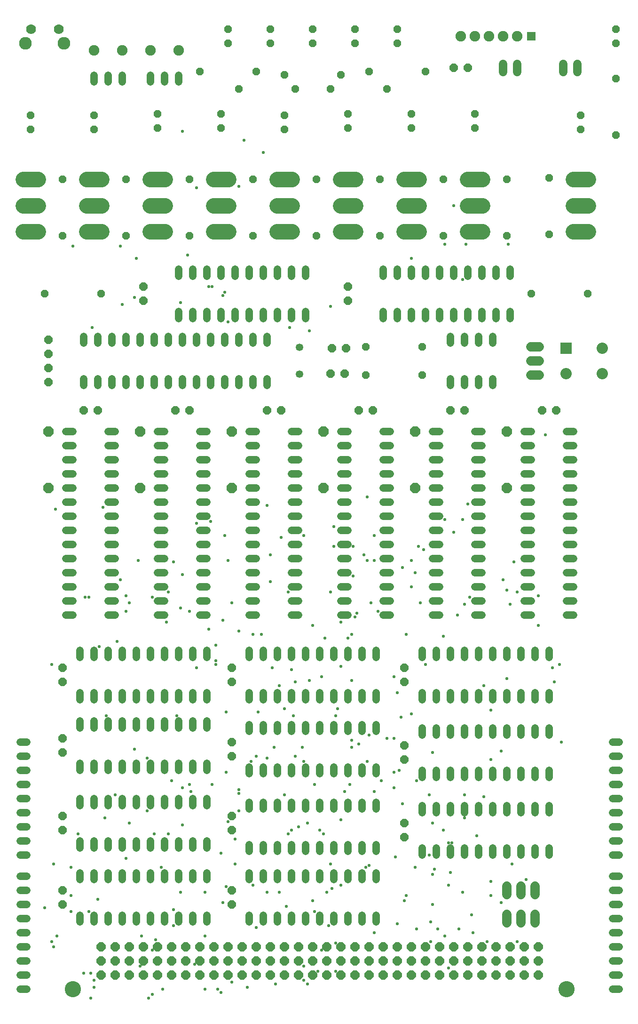
<source format=gbr>
G04 EAGLE Gerber RS-274X export*
G75*
%MOMM*%
%FSLAX34Y34*%
%LPD*%
%INSoldermask Bottom*%
%IPPOS*%
%AMOC8*
5,1,8,0,0,1.08239X$1,22.5*%
G01*
%ADD10C,1.346200*%
%ADD11C,1.346200*%
%ADD12P,1.677055X8X202.500000*%
%ADD13P,1.677055X8X112.500000*%
%ADD14R,1.627000X1.627000*%
%ADD15C,1.905000*%
%ADD16P,1.457113X8X22.500000*%
%ADD17P,1.457113X8X202.500000*%
%ADD18P,1.951982X8X112.500000*%
%ADD19P,1.457113X8X292.500000*%
%ADD20P,1.677055X8X22.500000*%
%ADD21C,1.651000*%
%ADD22P,1.787026X8X292.500000*%
%ADD23C,2.921000*%
%ADD24C,2.832100*%
%ADD25P,1.457113X8X112.500000*%
%ADD26P,1.677055X8X292.500000*%
%ADD27C,1.498600*%
%ADD28C,2.286000*%
%ADD29C,1.778000*%
%ADD30R,2.032000X2.032000*%
%ADD31C,2.032000*%
%ADD32C,0.584200*%


D10*
X890270Y1357630D03*
X890270Y1309370D03*
D11*
X501650Y1301496D02*
X501650Y1289304D01*
X527050Y1289304D02*
X527050Y1301496D01*
X552450Y1301496D02*
X552450Y1289304D01*
X577850Y1289304D02*
X577850Y1301496D01*
X603250Y1301496D02*
X603250Y1289304D01*
X628650Y1289304D02*
X628650Y1301496D01*
X654050Y1301496D02*
X654050Y1289304D01*
X679450Y1289304D02*
X679450Y1301496D01*
X704850Y1301496D02*
X704850Y1289304D01*
X730250Y1289304D02*
X730250Y1301496D01*
X755650Y1301496D02*
X755650Y1289304D01*
X781050Y1289304D02*
X781050Y1301496D01*
X806450Y1301496D02*
X806450Y1289304D01*
X831850Y1289304D02*
X831850Y1301496D01*
X831850Y1365504D02*
X831850Y1377696D01*
X806450Y1377696D02*
X806450Y1365504D01*
X781050Y1365504D02*
X781050Y1377696D01*
X755650Y1377696D02*
X755650Y1365504D01*
X730250Y1365504D02*
X730250Y1377696D01*
X704850Y1377696D02*
X704850Y1365504D01*
X679450Y1365504D02*
X679450Y1377696D01*
X654050Y1377696D02*
X654050Y1365504D01*
X628650Y1365504D02*
X628650Y1377696D01*
X603250Y1377696D02*
X603250Y1365504D01*
X577850Y1365504D02*
X577850Y1377696D01*
X552450Y1377696D02*
X552450Y1365504D01*
X527050Y1365504D02*
X527050Y1377696D01*
X501650Y1377696D02*
X501650Y1365504D01*
D12*
X971550Y1310640D03*
X946150Y1310640D03*
X974090Y1356360D03*
X948690Y1356360D03*
X1193800Y1860550D03*
X1168400Y1860550D03*
D13*
X438150Y1346200D03*
X438150Y1371600D03*
X438150Y1295400D03*
X438150Y1320800D03*
D11*
X1371854Y876300D02*
X1384046Y876300D01*
X1384046Y901700D02*
X1371854Y901700D01*
X1371854Y927100D02*
X1384046Y927100D01*
X1384046Y952500D02*
X1371854Y952500D01*
X1371854Y977900D02*
X1384046Y977900D01*
X1384046Y1003300D02*
X1371854Y1003300D01*
X1371854Y1028700D02*
X1384046Y1028700D01*
X1384046Y1054100D02*
X1371854Y1054100D01*
X1371854Y1079500D02*
X1384046Y1079500D01*
X1384046Y1104900D02*
X1371854Y1104900D01*
X1371854Y1130300D02*
X1384046Y1130300D01*
X1384046Y1155700D02*
X1371854Y1155700D01*
X1371854Y1181100D02*
X1384046Y1181100D01*
X1384046Y1206500D02*
X1371854Y1206500D01*
X1307846Y1206500D02*
X1295654Y1206500D01*
X1295654Y1181100D02*
X1307846Y1181100D01*
X1307846Y1155700D02*
X1295654Y1155700D01*
X1295654Y1130300D02*
X1307846Y1130300D01*
X1307846Y1104900D02*
X1295654Y1104900D01*
X1295654Y1079500D02*
X1307846Y1079500D01*
X1307846Y1054100D02*
X1295654Y1054100D01*
X1295654Y1028700D02*
X1307846Y1028700D01*
X1307846Y1003300D02*
X1295654Y1003300D01*
X1295654Y977900D02*
X1307846Y977900D01*
X1307846Y952500D02*
X1295654Y952500D01*
X1295654Y927100D02*
X1307846Y927100D01*
X1307846Y901700D02*
X1295654Y901700D01*
X1295654Y876300D02*
X1307846Y876300D01*
X888746Y876300D02*
X876554Y876300D01*
X876554Y901700D02*
X888746Y901700D01*
X888746Y927100D02*
X876554Y927100D01*
X876554Y952500D02*
X888746Y952500D01*
X888746Y977900D02*
X876554Y977900D01*
X876554Y1003300D02*
X888746Y1003300D01*
X888746Y1028700D02*
X876554Y1028700D01*
X876554Y1054100D02*
X888746Y1054100D01*
X888746Y1079500D02*
X876554Y1079500D01*
X876554Y1104900D02*
X888746Y1104900D01*
X888746Y1130300D02*
X876554Y1130300D01*
X876554Y1155700D02*
X888746Y1155700D01*
X888746Y1181100D02*
X876554Y1181100D01*
X876554Y1206500D02*
X888746Y1206500D01*
X812546Y1206500D02*
X800354Y1206500D01*
X800354Y1181100D02*
X812546Y1181100D01*
X812546Y1155700D02*
X800354Y1155700D01*
X800354Y1130300D02*
X812546Y1130300D01*
X812546Y1104900D02*
X800354Y1104900D01*
X800354Y1079500D02*
X812546Y1079500D01*
X812546Y1054100D02*
X800354Y1054100D01*
X800354Y1028700D02*
X812546Y1028700D01*
X812546Y1003300D02*
X800354Y1003300D01*
X800354Y977900D02*
X812546Y977900D01*
X812546Y952500D02*
X800354Y952500D01*
X800354Y927100D02*
X812546Y927100D01*
X812546Y901700D02*
X800354Y901700D01*
X800354Y876300D02*
X812546Y876300D01*
X558546Y876300D02*
X546354Y876300D01*
X546354Y901700D02*
X558546Y901700D01*
X558546Y927100D02*
X546354Y927100D01*
X546354Y952500D02*
X558546Y952500D01*
X558546Y977900D02*
X546354Y977900D01*
X546354Y1003300D02*
X558546Y1003300D01*
X558546Y1028700D02*
X546354Y1028700D01*
X546354Y1054100D02*
X558546Y1054100D01*
X558546Y1079500D02*
X546354Y1079500D01*
X546354Y1104900D02*
X558546Y1104900D01*
X558546Y1130300D02*
X546354Y1130300D01*
X546354Y1155700D02*
X558546Y1155700D01*
X558546Y1181100D02*
X546354Y1181100D01*
X546354Y1206500D02*
X558546Y1206500D01*
X482346Y1206500D02*
X470154Y1206500D01*
X470154Y1181100D02*
X482346Y1181100D01*
X482346Y1155700D02*
X470154Y1155700D01*
X470154Y1130300D02*
X482346Y1130300D01*
X482346Y1104900D02*
X470154Y1104900D01*
X470154Y1079500D02*
X482346Y1079500D01*
X482346Y1054100D02*
X470154Y1054100D01*
X470154Y1028700D02*
X482346Y1028700D01*
X482346Y1003300D02*
X470154Y1003300D01*
X470154Y977900D02*
X482346Y977900D01*
X482346Y952500D02*
X470154Y952500D01*
X470154Y927100D02*
X482346Y927100D01*
X482346Y901700D02*
X470154Y901700D01*
X470154Y876300D02*
X482346Y876300D01*
X1162050Y1289304D02*
X1162050Y1301496D01*
X1187450Y1301496D02*
X1187450Y1289304D01*
X1212850Y1289304D02*
X1212850Y1301496D01*
X1238250Y1301496D02*
X1238250Y1289304D01*
X1238250Y1365504D02*
X1238250Y1377696D01*
X1212850Y1377696D02*
X1212850Y1365504D01*
X1187450Y1365504D02*
X1187450Y1377696D01*
X1162050Y1377696D02*
X1162050Y1365504D01*
D14*
X1308100Y1917700D03*
D15*
X1282700Y1917700D03*
X1257300Y1917700D03*
X1231900Y1917700D03*
X1206500Y1917700D03*
X1181100Y1917700D03*
D16*
X1308100Y1454150D03*
X1409700Y1454150D03*
D17*
X1111250Y1358900D03*
X1009650Y1358900D03*
D18*
X933450Y1104900D03*
X933450Y1206500D03*
X603250Y1104900D03*
X603250Y1206500D03*
X1263650Y1104900D03*
X1263650Y1206500D03*
D17*
X1111250Y1308100D03*
X1009650Y1308100D03*
D11*
X1041654Y876300D02*
X1053846Y876300D01*
X1053846Y901700D02*
X1041654Y901700D01*
X1041654Y927100D02*
X1053846Y927100D01*
X1053846Y952500D02*
X1041654Y952500D01*
X1041654Y977900D02*
X1053846Y977900D01*
X1053846Y1003300D02*
X1041654Y1003300D01*
X1041654Y1028700D02*
X1053846Y1028700D01*
X1053846Y1054100D02*
X1041654Y1054100D01*
X1041654Y1079500D02*
X1053846Y1079500D01*
X1053846Y1104900D02*
X1041654Y1104900D01*
X1041654Y1130300D02*
X1053846Y1130300D01*
X1053846Y1155700D02*
X1041654Y1155700D01*
X1041654Y1181100D02*
X1053846Y1181100D01*
X1053846Y1206500D02*
X1041654Y1206500D01*
X977646Y1206500D02*
X965454Y1206500D01*
X965454Y1181100D02*
X977646Y1181100D01*
X977646Y1155700D02*
X965454Y1155700D01*
X965454Y1130300D02*
X977646Y1130300D01*
X977646Y1104900D02*
X965454Y1104900D01*
X965454Y1079500D02*
X977646Y1079500D01*
X977646Y1054100D02*
X965454Y1054100D01*
X965454Y1028700D02*
X977646Y1028700D01*
X977646Y1003300D02*
X965454Y1003300D01*
X965454Y977900D02*
X977646Y977900D01*
X977646Y952500D02*
X965454Y952500D01*
X965454Y927100D02*
X977646Y927100D01*
X977646Y901700D02*
X965454Y901700D01*
X965454Y876300D02*
X977646Y876300D01*
D18*
X1098550Y1104900D03*
X1098550Y1206500D03*
D11*
X723646Y876300D02*
X711454Y876300D01*
X711454Y901700D02*
X723646Y901700D01*
X723646Y927100D02*
X711454Y927100D01*
X711454Y952500D02*
X723646Y952500D01*
X723646Y977900D02*
X711454Y977900D01*
X711454Y1003300D02*
X723646Y1003300D01*
X723646Y1028700D02*
X711454Y1028700D01*
X711454Y1054100D02*
X723646Y1054100D01*
X723646Y1079500D02*
X711454Y1079500D01*
X711454Y1104900D02*
X723646Y1104900D01*
X723646Y1130300D02*
X711454Y1130300D01*
X711454Y1155700D02*
X723646Y1155700D01*
X723646Y1181100D02*
X711454Y1181100D01*
X711454Y1206500D02*
X723646Y1206500D01*
X647446Y1206500D02*
X635254Y1206500D01*
X635254Y1181100D02*
X647446Y1181100D01*
X647446Y1155700D02*
X635254Y1155700D01*
X635254Y1130300D02*
X647446Y1130300D01*
X647446Y1104900D02*
X635254Y1104900D01*
X635254Y1079500D02*
X647446Y1079500D01*
X647446Y1054100D02*
X635254Y1054100D01*
X635254Y1028700D02*
X647446Y1028700D01*
X647446Y1003300D02*
X635254Y1003300D01*
X635254Y977900D02*
X647446Y977900D01*
X647446Y952500D02*
X635254Y952500D01*
X635254Y927100D02*
X647446Y927100D01*
X647446Y901700D02*
X635254Y901700D01*
X635254Y876300D02*
X647446Y876300D01*
D18*
X438150Y1104900D03*
X438150Y1206500D03*
D19*
X762000Y1930400D03*
X762000Y1905000D03*
X990600Y1930400D03*
X990600Y1905000D03*
X838200Y1930400D03*
X838200Y1905000D03*
X1066800Y1930400D03*
X1066800Y1905000D03*
X914400Y1930400D03*
X914400Y1905000D03*
D16*
X863600Y1847850D03*
X965200Y1847850D03*
X781050Y1822450D03*
X882650Y1822450D03*
X711200Y1854200D03*
X812800Y1854200D03*
X946150Y1822450D03*
X1047750Y1822450D03*
X1016000Y1854200D03*
X1117600Y1854200D03*
D20*
X501650Y1244600D03*
X527050Y1244600D03*
X666750Y1244600D03*
X692150Y1244600D03*
X996950Y1244600D03*
X1022350Y1244600D03*
X1162050Y1244600D03*
X1187450Y1244600D03*
X1327150Y1244600D03*
X1352550Y1244600D03*
D11*
X520700Y1835404D02*
X520700Y1847596D01*
X546100Y1847596D02*
X546100Y1835404D01*
X571500Y1835404D02*
X571500Y1847596D01*
D15*
X520700Y1892300D03*
X571500Y1892300D03*
D11*
X622300Y1847596D02*
X622300Y1835404D01*
X647700Y1835404D02*
X647700Y1847596D01*
X673100Y1847596D02*
X673100Y1835404D01*
D15*
X622300Y1892300D03*
X673100Y1892300D03*
D21*
X1306830Y1308100D02*
X1322070Y1308100D01*
X1322070Y1333500D02*
X1306830Y1333500D01*
X1306830Y1358900D02*
X1322070Y1358900D01*
D11*
X1454404Y444500D02*
X1466596Y444500D01*
X1466596Y469900D02*
X1454404Y469900D01*
X1454404Y495300D02*
X1466596Y495300D01*
X1466596Y520700D02*
X1454404Y520700D01*
X1454404Y546100D02*
X1466596Y546100D01*
X1466596Y571500D02*
X1454404Y571500D01*
X1454404Y596900D02*
X1466596Y596900D01*
X1466596Y622300D02*
X1454404Y622300D01*
X1454404Y647700D02*
X1466596Y647700D01*
X1466596Y203200D02*
X1454404Y203200D01*
X1454404Y228600D02*
X1466596Y228600D01*
X1466596Y254000D02*
X1454404Y254000D01*
X1454404Y279400D02*
X1466596Y279400D01*
X1466596Y304800D02*
X1454404Y304800D01*
X1454404Y330200D02*
X1466596Y330200D01*
X1466596Y355600D02*
X1454404Y355600D01*
X1454404Y381000D02*
X1466596Y381000D01*
X1466596Y406400D02*
X1454404Y406400D01*
X399796Y444500D02*
X387604Y444500D01*
X387604Y469900D02*
X399796Y469900D01*
X399796Y495300D02*
X387604Y495300D01*
X387604Y520700D02*
X399796Y520700D01*
X399796Y546100D02*
X387604Y546100D01*
X387604Y571500D02*
X399796Y571500D01*
X399796Y596900D02*
X387604Y596900D01*
X387604Y622300D02*
X399796Y622300D01*
X399796Y647700D02*
X387604Y647700D01*
X387604Y203200D02*
X399796Y203200D01*
X399796Y228600D02*
X387604Y228600D01*
X387604Y254000D02*
X399796Y254000D01*
X399796Y279400D02*
X387604Y279400D01*
X387604Y304800D02*
X399796Y304800D01*
X399796Y330200D02*
X387604Y330200D01*
X387604Y355600D02*
X399796Y355600D01*
X399796Y381000D02*
X387604Y381000D01*
X387604Y406400D02*
X399796Y406400D01*
D22*
X1320800Y228600D03*
X1295400Y228600D03*
X1270000Y228600D03*
X1244600Y228600D03*
X1219200Y228600D03*
X1193800Y228600D03*
X1168400Y228600D03*
X1143000Y228600D03*
X1117600Y228600D03*
X1092200Y228600D03*
X1066800Y228600D03*
X1041400Y228600D03*
X1016000Y228600D03*
X990600Y228600D03*
X965200Y228600D03*
X939800Y228600D03*
X1320800Y254000D03*
X1295400Y254000D03*
X1270000Y254000D03*
X1244600Y254000D03*
X1219200Y254000D03*
X1193800Y254000D03*
X1168400Y254000D03*
X1143000Y254000D03*
X1117600Y254000D03*
X1092200Y254000D03*
X1066800Y254000D03*
X1041400Y254000D03*
X1016000Y254000D03*
X990600Y254000D03*
X965200Y254000D03*
X939800Y254000D03*
X1320800Y279400D03*
X1295400Y279400D03*
X1270000Y279400D03*
X1244600Y279400D03*
X1219200Y279400D03*
X1193800Y279400D03*
X1168400Y279400D03*
X1143000Y279400D03*
X1117600Y279400D03*
X1092200Y279400D03*
X1066800Y279400D03*
X1041400Y279400D03*
X1016000Y279400D03*
X990600Y279400D03*
X965200Y279400D03*
X939800Y279400D03*
X914400Y228600D03*
X889000Y228600D03*
X863600Y228600D03*
X838200Y228600D03*
X812800Y228600D03*
X787400Y228600D03*
X762000Y228600D03*
X736600Y228600D03*
X711200Y228600D03*
X685800Y228600D03*
X660400Y228600D03*
X635000Y228600D03*
X609600Y228600D03*
X584200Y228600D03*
X558800Y228600D03*
X533400Y228600D03*
X914400Y254000D03*
X889000Y254000D03*
X863600Y254000D03*
X838200Y254000D03*
X812800Y254000D03*
X787400Y254000D03*
X762000Y254000D03*
X736600Y254000D03*
X711200Y254000D03*
X685800Y254000D03*
X660400Y254000D03*
X635000Y254000D03*
X609600Y254000D03*
X584200Y254000D03*
X558800Y254000D03*
X533400Y254000D03*
X914400Y279400D03*
X889000Y279400D03*
X863600Y279400D03*
X838200Y279400D03*
X812800Y279400D03*
X787400Y279400D03*
X762000Y279400D03*
X736600Y279400D03*
X711200Y279400D03*
X685800Y279400D03*
X660400Y279400D03*
X635000Y279400D03*
X609600Y279400D03*
X584200Y279400D03*
X558800Y279400D03*
X533400Y279400D03*
D23*
X482536Y203200D03*
X1371664Y203200D03*
D19*
X1460500Y1930400D03*
X1460500Y1905000D03*
X1460500Y1841500D03*
X1460500Y1739900D03*
D11*
X1218946Y876300D02*
X1206754Y876300D01*
X1206754Y901700D02*
X1218946Y901700D01*
X1218946Y927100D02*
X1206754Y927100D01*
X1206754Y952500D02*
X1218946Y952500D01*
X1218946Y977900D02*
X1206754Y977900D01*
X1206754Y1003300D02*
X1218946Y1003300D01*
X1218946Y1028700D02*
X1206754Y1028700D01*
X1206754Y1054100D02*
X1218946Y1054100D01*
X1218946Y1079500D02*
X1206754Y1079500D01*
X1206754Y1104900D02*
X1218946Y1104900D01*
X1218946Y1130300D02*
X1206754Y1130300D01*
X1206754Y1155700D02*
X1218946Y1155700D01*
X1218946Y1181100D02*
X1206754Y1181100D01*
X1206754Y1206500D02*
X1218946Y1206500D01*
X1142746Y1206500D02*
X1130554Y1206500D01*
X1130554Y1181100D02*
X1142746Y1181100D01*
X1142746Y1155700D02*
X1130554Y1155700D01*
X1130554Y1130300D02*
X1142746Y1130300D01*
X1142746Y1104900D02*
X1130554Y1104900D01*
X1130554Y1079500D02*
X1142746Y1079500D01*
X1142746Y1054100D02*
X1130554Y1054100D01*
X1130554Y1028700D02*
X1142746Y1028700D01*
X1142746Y1003300D02*
X1130554Y1003300D01*
X1130554Y977900D02*
X1142746Y977900D01*
X1142746Y952500D02*
X1130554Y952500D01*
X1130554Y927100D02*
X1142746Y927100D01*
X1142746Y901700D02*
X1130554Y901700D01*
X1130554Y876300D02*
X1142746Y876300D01*
D18*
X768350Y1104900D03*
X768350Y1206500D03*
D24*
X419926Y1659890D02*
X392875Y1659890D01*
X392875Y1612900D02*
X419926Y1612900D01*
X419926Y1565910D02*
X392875Y1565910D01*
X507175Y1659890D02*
X534226Y1659890D01*
X534226Y1612900D02*
X507175Y1612900D01*
X507175Y1565910D02*
X534226Y1565910D01*
X621475Y1659890D02*
X648526Y1659890D01*
X648526Y1612900D02*
X621475Y1612900D01*
X621475Y1565910D02*
X648526Y1565910D01*
X735775Y1659890D02*
X762826Y1659890D01*
X762826Y1612900D02*
X735775Y1612900D01*
X735775Y1565910D02*
X762826Y1565910D01*
X850075Y1659890D02*
X877126Y1659890D01*
X877126Y1612900D02*
X850075Y1612900D01*
X850075Y1565910D02*
X877126Y1565910D01*
X964375Y1659890D02*
X991426Y1659890D01*
X991426Y1612900D02*
X964375Y1612900D01*
X964375Y1565910D02*
X991426Y1565910D01*
X1078675Y1659890D02*
X1105726Y1659890D01*
X1105726Y1612900D02*
X1078675Y1612900D01*
X1078675Y1565910D02*
X1105726Y1565910D01*
X1192975Y1659890D02*
X1220026Y1659890D01*
X1220026Y1612900D02*
X1192975Y1612900D01*
X1192975Y1565910D02*
X1220026Y1565910D01*
X1383475Y1659890D02*
X1410526Y1659890D01*
X1410526Y1612900D02*
X1383475Y1612900D01*
X1383475Y1565910D02*
X1410526Y1565910D01*
D25*
X406400Y1750060D03*
X406400Y1775460D03*
X463550Y1558290D03*
X463550Y1659890D03*
X520700Y1750060D03*
X520700Y1775460D03*
X577850Y1558290D03*
X577850Y1659890D03*
X635000Y1752600D03*
X635000Y1778000D03*
X692150Y1558290D03*
X692150Y1659890D03*
X749300Y1752600D03*
X749300Y1778000D03*
X806450Y1558290D03*
X806450Y1659890D03*
X863600Y1750060D03*
X863600Y1775460D03*
X920750Y1558290D03*
X920750Y1659890D03*
X977900Y1752600D03*
X977900Y1778000D03*
X1035050Y1558290D03*
X1035050Y1659890D03*
X1092200Y1752600D03*
X1092200Y1778000D03*
X1149350Y1558290D03*
X1149350Y1659890D03*
X1206500Y1752600D03*
X1206500Y1778000D03*
X1263650Y1558290D03*
X1263650Y1659890D03*
X1397000Y1750060D03*
X1397000Y1775460D03*
X1339850Y1560830D03*
X1339850Y1662430D03*
D11*
X673100Y1422146D02*
X673100Y1409954D01*
X698500Y1409954D02*
X698500Y1422146D01*
X825500Y1422146D02*
X825500Y1409954D01*
X850900Y1409954D02*
X850900Y1422146D01*
X723900Y1422146D02*
X723900Y1409954D01*
X749300Y1409954D02*
X749300Y1422146D01*
X800100Y1422146D02*
X800100Y1409954D01*
X774700Y1409954D02*
X774700Y1422146D01*
X876300Y1422146D02*
X876300Y1409954D01*
X901700Y1409954D02*
X901700Y1422146D01*
X901700Y1486154D02*
X901700Y1498346D01*
X876300Y1498346D02*
X876300Y1486154D01*
X850900Y1486154D02*
X850900Y1498346D01*
X825500Y1498346D02*
X825500Y1486154D01*
X800100Y1486154D02*
X800100Y1498346D01*
X774700Y1498346D02*
X774700Y1486154D01*
X749300Y1486154D02*
X749300Y1498346D01*
X723900Y1498346D02*
X723900Y1486154D01*
X698500Y1486154D02*
X698500Y1498346D01*
X673100Y1498346D02*
X673100Y1486154D01*
X1041400Y1422146D02*
X1041400Y1409954D01*
X1066800Y1409954D02*
X1066800Y1422146D01*
X1193800Y1422146D02*
X1193800Y1409954D01*
X1219200Y1409954D02*
X1219200Y1422146D01*
X1092200Y1422146D02*
X1092200Y1409954D01*
X1117600Y1409954D02*
X1117600Y1422146D01*
X1168400Y1422146D02*
X1168400Y1409954D01*
X1143000Y1409954D02*
X1143000Y1422146D01*
X1244600Y1422146D02*
X1244600Y1409954D01*
X1270000Y1409954D02*
X1270000Y1422146D01*
X1270000Y1486154D02*
X1270000Y1498346D01*
X1244600Y1498346D02*
X1244600Y1486154D01*
X1219200Y1486154D02*
X1219200Y1498346D01*
X1193800Y1498346D02*
X1193800Y1486154D01*
X1168400Y1486154D02*
X1168400Y1498346D01*
X1143000Y1498346D02*
X1143000Y1486154D01*
X1117600Y1486154D02*
X1117600Y1498346D01*
X1092200Y1498346D02*
X1092200Y1486154D01*
X1066800Y1486154D02*
X1066800Y1498346D01*
X1041400Y1498346D02*
X1041400Y1486154D01*
D20*
X831850Y1244600D03*
X857250Y1244600D03*
D26*
X609600Y1466850D03*
X609600Y1441450D03*
X977900Y1466850D03*
X977900Y1441450D03*
D27*
X1390650Y1853692D02*
X1390650Y1867408D01*
X1365250Y1867408D02*
X1365250Y1853692D01*
X1282700Y1853692D02*
X1282700Y1867408D01*
X1257300Y1867408D02*
X1257300Y1853692D01*
D28*
X466800Y1905400D03*
D29*
X406800Y1930400D03*
X456800Y1930400D03*
D28*
X396800Y1905400D03*
D30*
X1370850Y1356000D03*
D31*
X1370850Y1311000D03*
X1435850Y1311000D03*
X1435850Y1356000D03*
D17*
X533400Y1454150D03*
X431800Y1454150D03*
D11*
X495300Y736346D02*
X495300Y724154D01*
X520700Y724154D02*
X520700Y736346D01*
X647700Y736346D02*
X647700Y724154D01*
X673100Y724154D02*
X673100Y736346D01*
X546100Y736346D02*
X546100Y724154D01*
X571500Y724154D02*
X571500Y736346D01*
X622300Y736346D02*
X622300Y724154D01*
X596900Y724154D02*
X596900Y736346D01*
X698500Y736346D02*
X698500Y724154D01*
X723900Y724154D02*
X723900Y736346D01*
X723900Y800354D02*
X723900Y812546D01*
X698500Y812546D02*
X698500Y800354D01*
X673100Y800354D02*
X673100Y812546D01*
X647700Y812546D02*
X647700Y800354D01*
X622300Y800354D02*
X622300Y812546D01*
X596900Y812546D02*
X596900Y800354D01*
X571500Y800354D02*
X571500Y812546D01*
X546100Y812546D02*
X546100Y800354D01*
X520700Y800354D02*
X520700Y812546D01*
X495300Y812546D02*
X495300Y800354D01*
X495300Y609346D02*
X495300Y597154D01*
X520700Y597154D02*
X520700Y609346D01*
X647700Y609346D02*
X647700Y597154D01*
X673100Y597154D02*
X673100Y609346D01*
X546100Y609346D02*
X546100Y597154D01*
X571500Y597154D02*
X571500Y609346D01*
X622300Y609346D02*
X622300Y597154D01*
X596900Y597154D02*
X596900Y609346D01*
X698500Y609346D02*
X698500Y597154D01*
X723900Y597154D02*
X723900Y609346D01*
X723900Y673354D02*
X723900Y685546D01*
X698500Y685546D02*
X698500Y673354D01*
X673100Y673354D02*
X673100Y685546D01*
X647700Y685546D02*
X647700Y673354D01*
X622300Y673354D02*
X622300Y685546D01*
X596900Y685546D02*
X596900Y673354D01*
X571500Y673354D02*
X571500Y685546D01*
X546100Y685546D02*
X546100Y673354D01*
X520700Y673354D02*
X520700Y685546D01*
X495300Y685546D02*
X495300Y673354D01*
X495300Y469646D02*
X495300Y457454D01*
X520700Y457454D02*
X520700Y469646D01*
X647700Y469646D02*
X647700Y457454D01*
X673100Y457454D02*
X673100Y469646D01*
X546100Y469646D02*
X546100Y457454D01*
X571500Y457454D02*
X571500Y469646D01*
X622300Y469646D02*
X622300Y457454D01*
X596900Y457454D02*
X596900Y469646D01*
X698500Y469646D02*
X698500Y457454D01*
X723900Y457454D02*
X723900Y469646D01*
X723900Y533654D02*
X723900Y545846D01*
X698500Y545846D02*
X698500Y533654D01*
X673100Y533654D02*
X673100Y545846D01*
X647700Y545846D02*
X647700Y533654D01*
X622300Y533654D02*
X622300Y545846D01*
X596900Y545846D02*
X596900Y533654D01*
X571500Y533654D02*
X571500Y545846D01*
X546100Y545846D02*
X546100Y533654D01*
X520700Y533654D02*
X520700Y545846D01*
X495300Y545846D02*
X495300Y533654D01*
X495300Y336296D02*
X495300Y324104D01*
X520700Y324104D02*
X520700Y336296D01*
X647700Y336296D02*
X647700Y324104D01*
X673100Y324104D02*
X673100Y336296D01*
X546100Y336296D02*
X546100Y324104D01*
X571500Y324104D02*
X571500Y336296D01*
X622300Y336296D02*
X622300Y324104D01*
X596900Y324104D02*
X596900Y336296D01*
X698500Y336296D02*
X698500Y324104D01*
X723900Y324104D02*
X723900Y336296D01*
X723900Y400304D02*
X723900Y412496D01*
X698500Y412496D02*
X698500Y400304D01*
X673100Y400304D02*
X673100Y412496D01*
X647700Y412496D02*
X647700Y400304D01*
X622300Y400304D02*
X622300Y412496D01*
X596900Y412496D02*
X596900Y400304D01*
X571500Y400304D02*
X571500Y412496D01*
X546100Y412496D02*
X546100Y400304D01*
X520700Y400304D02*
X520700Y412496D01*
X495300Y412496D02*
X495300Y400304D01*
X800100Y724154D02*
X800100Y736346D01*
X825500Y736346D02*
X825500Y724154D01*
X952500Y724154D02*
X952500Y736346D01*
X977900Y736346D02*
X977900Y724154D01*
X850900Y724154D02*
X850900Y736346D01*
X876300Y736346D02*
X876300Y724154D01*
X927100Y724154D02*
X927100Y736346D01*
X901700Y736346D02*
X901700Y724154D01*
X1003300Y724154D02*
X1003300Y736346D01*
X1028700Y736346D02*
X1028700Y724154D01*
X1028700Y800354D02*
X1028700Y812546D01*
X1003300Y812546D02*
X1003300Y800354D01*
X977900Y800354D02*
X977900Y812546D01*
X952500Y812546D02*
X952500Y800354D01*
X927100Y800354D02*
X927100Y812546D01*
X901700Y812546D02*
X901700Y800354D01*
X876300Y800354D02*
X876300Y812546D01*
X850900Y812546D02*
X850900Y800354D01*
X825500Y800354D02*
X825500Y812546D01*
X800100Y812546D02*
X800100Y800354D01*
X800100Y602996D02*
X800100Y590804D01*
X825500Y590804D02*
X825500Y602996D01*
X952500Y602996D02*
X952500Y590804D01*
X977900Y590804D02*
X977900Y602996D01*
X850900Y602996D02*
X850900Y590804D01*
X876300Y590804D02*
X876300Y602996D01*
X927100Y602996D02*
X927100Y590804D01*
X901700Y590804D02*
X901700Y602996D01*
X1003300Y602996D02*
X1003300Y590804D01*
X1028700Y590804D02*
X1028700Y602996D01*
X1028700Y667004D02*
X1028700Y679196D01*
X1003300Y679196D02*
X1003300Y667004D01*
X977900Y667004D02*
X977900Y679196D01*
X952500Y679196D02*
X952500Y667004D01*
X927100Y667004D02*
X927100Y679196D01*
X901700Y679196D02*
X901700Y667004D01*
X876300Y667004D02*
X876300Y679196D01*
X850900Y679196D02*
X850900Y667004D01*
X825500Y667004D02*
X825500Y679196D01*
X800100Y679196D02*
X800100Y667004D01*
X800100Y463296D02*
X800100Y451104D01*
X825500Y451104D02*
X825500Y463296D01*
X952500Y463296D02*
X952500Y451104D01*
X977900Y451104D02*
X977900Y463296D01*
X850900Y463296D02*
X850900Y451104D01*
X876300Y451104D02*
X876300Y463296D01*
X927100Y463296D02*
X927100Y451104D01*
X901700Y451104D02*
X901700Y463296D01*
X1003300Y463296D02*
X1003300Y451104D01*
X1028700Y451104D02*
X1028700Y463296D01*
X1028700Y527304D02*
X1028700Y539496D01*
X1003300Y539496D02*
X1003300Y527304D01*
X977900Y527304D02*
X977900Y539496D01*
X952500Y539496D02*
X952500Y527304D01*
X927100Y527304D02*
X927100Y539496D01*
X901700Y539496D02*
X901700Y527304D01*
X876300Y527304D02*
X876300Y539496D01*
X850900Y539496D02*
X850900Y527304D01*
X825500Y527304D02*
X825500Y539496D01*
X800100Y539496D02*
X800100Y527304D01*
X800100Y336296D02*
X800100Y324104D01*
X825500Y324104D02*
X825500Y336296D01*
X952500Y336296D02*
X952500Y324104D01*
X977900Y324104D02*
X977900Y336296D01*
X850900Y336296D02*
X850900Y324104D01*
X876300Y324104D02*
X876300Y336296D01*
X927100Y336296D02*
X927100Y324104D01*
X901700Y324104D02*
X901700Y336296D01*
X1003300Y336296D02*
X1003300Y324104D01*
X1028700Y324104D02*
X1028700Y336296D01*
X1028700Y400304D02*
X1028700Y412496D01*
X1003300Y412496D02*
X1003300Y400304D01*
X977900Y400304D02*
X977900Y412496D01*
X952500Y412496D02*
X952500Y400304D01*
X927100Y400304D02*
X927100Y412496D01*
X901700Y412496D02*
X901700Y400304D01*
X876300Y400304D02*
X876300Y412496D01*
X850900Y412496D02*
X850900Y400304D01*
X825500Y400304D02*
X825500Y412496D01*
X800100Y412496D02*
X800100Y400304D01*
X1111250Y724154D02*
X1111250Y736346D01*
X1136650Y736346D02*
X1136650Y724154D01*
X1263650Y724154D02*
X1263650Y736346D01*
X1289050Y736346D02*
X1289050Y724154D01*
X1162050Y724154D02*
X1162050Y736346D01*
X1187450Y736346D02*
X1187450Y724154D01*
X1238250Y724154D02*
X1238250Y736346D01*
X1212850Y736346D02*
X1212850Y724154D01*
X1314450Y724154D02*
X1314450Y736346D01*
X1339850Y736346D02*
X1339850Y724154D01*
X1339850Y800354D02*
X1339850Y812546D01*
X1314450Y812546D02*
X1314450Y800354D01*
X1289050Y800354D02*
X1289050Y812546D01*
X1263650Y812546D02*
X1263650Y800354D01*
X1238250Y800354D02*
X1238250Y812546D01*
X1212850Y812546D02*
X1212850Y800354D01*
X1187450Y800354D02*
X1187450Y812546D01*
X1162050Y812546D02*
X1162050Y800354D01*
X1136650Y800354D02*
X1136650Y812546D01*
X1111250Y812546D02*
X1111250Y800354D01*
X1111250Y596646D02*
X1111250Y584454D01*
X1136650Y584454D02*
X1136650Y596646D01*
X1263650Y596646D02*
X1263650Y584454D01*
X1289050Y584454D02*
X1289050Y596646D01*
X1162050Y596646D02*
X1162050Y584454D01*
X1187450Y584454D02*
X1187450Y596646D01*
X1238250Y596646D02*
X1238250Y584454D01*
X1212850Y584454D02*
X1212850Y596646D01*
X1314450Y596646D02*
X1314450Y584454D01*
X1339850Y584454D02*
X1339850Y596646D01*
X1339850Y660654D02*
X1339850Y672846D01*
X1314450Y672846D02*
X1314450Y660654D01*
X1289050Y660654D02*
X1289050Y672846D01*
X1263650Y672846D02*
X1263650Y660654D01*
X1238250Y660654D02*
X1238250Y672846D01*
X1212850Y672846D02*
X1212850Y660654D01*
X1187450Y660654D02*
X1187450Y672846D01*
X1162050Y672846D02*
X1162050Y660654D01*
X1136650Y660654D02*
X1136650Y672846D01*
X1111250Y672846D02*
X1111250Y660654D01*
X1111250Y456946D02*
X1111250Y444754D01*
X1136650Y444754D02*
X1136650Y456946D01*
X1263650Y456946D02*
X1263650Y444754D01*
X1289050Y444754D02*
X1289050Y456946D01*
X1162050Y456946D02*
X1162050Y444754D01*
X1187450Y444754D02*
X1187450Y456946D01*
X1238250Y456946D02*
X1238250Y444754D01*
X1212850Y444754D02*
X1212850Y456946D01*
X1314450Y456946D02*
X1314450Y444754D01*
X1339850Y444754D02*
X1339850Y456946D01*
X1339850Y520954D02*
X1339850Y533146D01*
X1314450Y533146D02*
X1314450Y520954D01*
X1289050Y520954D02*
X1289050Y533146D01*
X1263650Y533146D02*
X1263650Y520954D01*
X1238250Y520954D02*
X1238250Y533146D01*
X1212850Y533146D02*
X1212850Y520954D01*
X1187450Y520954D02*
X1187450Y533146D01*
X1162050Y533146D02*
X1162050Y520954D01*
X1136650Y520954D02*
X1136650Y533146D01*
X1111250Y533146D02*
X1111250Y520954D01*
D13*
X1079500Y476250D03*
X1079500Y501650D03*
X768350Y755650D03*
X768350Y781050D03*
X768350Y622300D03*
X768350Y647700D03*
X768350Y488950D03*
X768350Y514350D03*
X768350Y355600D03*
X768350Y381000D03*
X463550Y355600D03*
X463550Y381000D03*
X463550Y488950D03*
X463550Y514350D03*
D26*
X463550Y654050D03*
X463550Y628650D03*
D13*
X463550Y755650D03*
X463550Y781050D03*
X1079500Y755650D03*
X1079500Y781050D03*
X1079500Y615950D03*
X1079500Y641350D03*
D21*
X1263650Y388620D02*
X1263650Y373380D01*
X1289050Y373380D02*
X1289050Y388620D01*
X1314450Y388620D02*
X1314450Y373380D01*
X1263650Y337820D02*
X1263650Y322580D01*
X1289050Y322580D02*
X1289050Y337820D01*
X1314450Y337820D02*
X1314450Y322580D01*
D32*
X1362075Y647700D03*
X619125Y187325D03*
X720725Y203200D03*
X1203325Y304800D03*
X739775Y793750D03*
X749300Y196850D03*
X1177925Y311150D03*
X739775Y787400D03*
X742950Y203200D03*
X1152525Y298450D03*
X739775Y822325D03*
X796925Y206375D03*
X1127125Y288925D03*
X1130300Y409575D03*
X847725Y212725D03*
X1162050Y412750D03*
X1158875Y241300D03*
X904875Y212725D03*
X904875Y501650D03*
X917575Y571500D03*
X1060450Y565150D03*
X1012825Y612775D03*
X981075Y571500D03*
X965200Y508000D03*
X930275Y765175D03*
X1060450Y765175D03*
X1060450Y654050D03*
X930275Y273050D03*
X1025525Y304800D03*
X908050Y758825D03*
X1349375Y755650D03*
X854075Y749300D03*
X1123950Y552450D03*
X863600Y552450D03*
X431800Y349250D03*
X752475Y358775D03*
X958850Y708025D03*
X946150Y428625D03*
X774700Y428625D03*
X447675Y279400D03*
X520700Y206375D03*
X1228725Y288925D03*
X444500Y288925D03*
X501650Y231775D03*
X1282700Y288925D03*
X898525Y219075D03*
X768350Y215900D03*
X514350Y187325D03*
X625475Y193675D03*
X1358900Y787400D03*
X454025Y298450D03*
X520700Y219075D03*
X1193800Y1076325D03*
X663575Y317500D03*
X1117600Y787400D03*
X1076325Y536575D03*
X908050Y1387475D03*
X584200Y501650D03*
X603250Y244475D03*
X615950Y523875D03*
X695325Y558800D03*
X558800Y552450D03*
X679450Y565150D03*
X955675Y234950D03*
X898525Y244475D03*
X869950Y482600D03*
X679450Y498475D03*
X615950Y619125D03*
X1222375Y549275D03*
X781050Y555625D03*
X758825Y593725D03*
X593725Y635000D03*
X1158875Y390525D03*
X806450Y390525D03*
X803275Y612775D03*
X1184275Y377825D03*
X854075Y377825D03*
X844550Y638175D03*
X762000Y1403350D03*
X914400Y361950D03*
X1130300Y355600D03*
X942975Y317500D03*
X1127125Y323850D03*
X1009650Y422275D03*
X1098550Y422275D03*
X1069975Y596900D03*
X984250Y650875D03*
X996950Y644525D03*
X984250Y638175D03*
X1101725Y577850D03*
X1200150Y336550D03*
X955675Y285750D03*
X1235075Y396875D03*
X939800Y377825D03*
X882650Y622300D03*
X923925Y234950D03*
X1235075Y615950D03*
X831850Y619125D03*
X749300Y447675D03*
X606425Y298450D03*
X720725Y298450D03*
X625475Y273050D03*
X701675Y247650D03*
X631825Y292100D03*
X539750Y511175D03*
X511175Y342900D03*
X1130300Y628650D03*
X812800Y622300D03*
X831850Y377825D03*
X1254125Y358775D03*
X1063625Y441325D03*
X1082675Y371475D03*
X1235075Y371475D03*
X933450Y482600D03*
X1209675Y479425D03*
X1158875Y466725D03*
X927100Y488950D03*
X1149350Y488950D03*
X1139825Y311150D03*
X1298575Y400050D03*
X965200Y390525D03*
X1133475Y419100D03*
X1101725Y311150D03*
X1016000Y425450D03*
X1130300Y501650D03*
X889000Y495300D03*
X1066800Y320675D03*
X1079500Y361950D03*
X663575Y346075D03*
X676275Y377825D03*
X720725Y377825D03*
X758825Y387350D03*
X812800Y314325D03*
X679450Y1746250D03*
X593725Y1447800D03*
X727075Y1466850D03*
X704850Y1041400D03*
X752475Y1450975D03*
X688975Y1524000D03*
X676275Y1438275D03*
X1184275Y1479550D03*
X838200Y984250D03*
X873125Y1393825D03*
X730250Y1044575D03*
X577850Y911225D03*
X755650Y1457325D03*
X692150Y882650D03*
X733425Y1466850D03*
X517525Y1393825D03*
X838200Y936625D03*
X482600Y1539875D03*
X568325Y1539875D03*
X825500Y1708150D03*
X790575Y1730375D03*
X946150Y1431925D03*
X596900Y1517650D03*
X781050Y1647825D03*
X704850Y1644650D03*
X1168400Y1612900D03*
X1266825Y1543050D03*
X1092200Y1517650D03*
X1190625Y1543050D03*
X1152525Y1543050D03*
X571500Y1435100D03*
X644525Y203200D03*
X514350Y231775D03*
X1108075Y898525D03*
X444500Y787400D03*
X492125Y482600D03*
X641350Y422275D03*
X527050Y365125D03*
X866775Y352425D03*
X577850Y438150D03*
X1273175Y428625D03*
X536575Y1069975D03*
X984250Y758825D03*
X1025525Y1019175D03*
X1066800Y736600D03*
X1104900Y1000125D03*
X663575Y971550D03*
X676275Y889000D03*
X1263650Y920750D03*
X650875Y863600D03*
X600075Y974725D03*
X1320800Y857250D03*
X914400Y857250D03*
X876300Y777875D03*
X1346200Y781050D03*
X965200Y863600D03*
X990600Y873125D03*
X984250Y841375D03*
X987425Y1000125D03*
X831850Y1073150D03*
X1152525Y1047750D03*
X1184275Y1047750D03*
X1222375Y749300D03*
X841375Y781050D03*
X1263650Y762000D03*
X815975Y701675D03*
X1076325Y962025D03*
X1082675Y841375D03*
X1257300Y939800D03*
X822325Y841375D03*
X806450Y841375D03*
X542925Y695325D03*
X882650Y755650D03*
X577850Y882650D03*
X654050Y917575D03*
X679450Y949325D03*
X625475Y908050D03*
X869950Y917575D03*
X758825Y701675D03*
X755650Y1019175D03*
X863600Y708025D03*
X1047750Y654050D03*
X898525Y1019175D03*
X1060450Y593725D03*
X1006475Y984250D03*
X1073150Y692150D03*
X1098550Y952500D03*
X955675Y695325D03*
X1092200Y698500D03*
X1092200Y927100D03*
X1174750Y876300D03*
X1187450Y895350D03*
X1270000Y895350D03*
X1282700Y917575D03*
X1276350Y971550D03*
X1235075Y704850D03*
X1168400Y1025525D03*
X511175Y908050D03*
X628650Y482600D03*
X654050Y482600D03*
X584200Y898525D03*
X530225Y819150D03*
X774700Y473075D03*
X752475Y866775D03*
X876300Y488950D03*
X762000Y504825D03*
X768350Y898525D03*
X936625Y835025D03*
X727075Y850900D03*
X965200Y784225D03*
X704850Y781050D03*
X971550Y558800D03*
X781050Y561975D03*
X762000Y974725D03*
X952500Y1000125D03*
X857250Y1016000D03*
X733425Y571500D03*
X952500Y1035050D03*
X1165225Y466725D03*
X1114425Y993775D03*
X1254125Y631825D03*
X1016000Y660400D03*
X1012825Y974725D03*
X1320800Y911225D03*
X1187450Y511175D03*
X1196975Y908050D03*
X1187450Y552450D03*
X1025525Y558800D03*
X1019175Y898525D03*
X1149350Y838200D03*
X977900Y835025D03*
X568325Y939800D03*
X987425Y946150D03*
X993775Y879475D03*
X561975Y828675D03*
X1031875Y882650D03*
X660400Y577850D03*
X898525Y612775D03*
X946150Y917575D03*
X669925Y695325D03*
X879475Y695325D03*
X692150Y571500D03*
X1038225Y577850D03*
X1025525Y974725D03*
X1123950Y444500D03*
X1092200Y974725D03*
X447675Y428625D03*
X450850Y1066800D03*
X1012825Y1089025D03*
X479425Y422275D03*
X504825Y908050D03*
X781050Y523875D03*
X479425Y342900D03*
X949325Y384175D03*
X479425Y371475D03*
X917575Y342900D03*
X895350Y638175D03*
X781050Y847725D03*
X1333500Y1200150D03*
M02*

</source>
